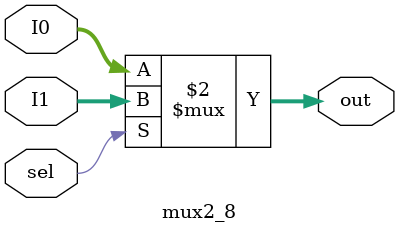
<source format=v>
`timescale 1ns / 1ps


//8-bit 2to1 mux
module mux2_8 (I0,I1,sel,out );

    input [7:0]I0,I1;
    input sel;
    output [7:0]out;
    
    assign out = (sel == 1'b0) ? I0 : I1;

endmodule

</source>
